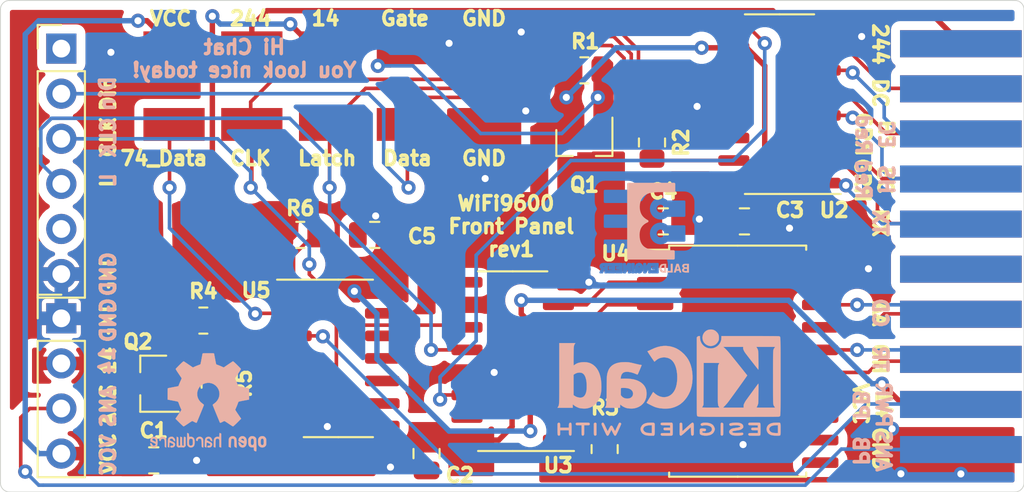
<source format=kicad_pcb>
(kicad_pcb (version 20171130) (host pcbnew "(5.1.6)-1")
  (layers (0 F.Cu signal) (31 B.Cu signal hide) (34 B.Paste user) (35 F.Paste user) (36 B.SilkS user) (37 F.SilkS user) (38 B.Mask user) (39 F.Mask user) (44 Edge.Cuts user))
  (net 0 "")
  (net 1 GND)
  (net 2 VCC)
  (net 3 /14-VCC)
  (net 4 /244-VCC)
  (net 5 /DC)
  (net 6 /HS-GRN)
  (net 7 /EC-GRN)
  (net 8 /RX)
  (net 9 "Net-(J9-Pad15)")
  (net 10 /AA)
  (net 11 /OH)
  (net 12 /ANS-PB)
  (net 13 /PWR-PB)
  (net 14 /TR)
  (net 15 /CD)
  (net 16 "Net-(J9-Pad6)")
  (net 17 /TX)
  (net 18 /HS-Red)
  (net 19 /EC-Red)
  (net 20 "Net-(J9-Pad2)")
  (net 21 "Net-(J9-Pad1)")
  (net 22 /Latch)
  (net 23 /Ser-Clock)
  (net 24 /Data-In)
  (net 25 "Net-(J11-Pad1)")
  (net 26 "Net-(Q2-Pad1)")
  (net 27 /Panel-En)
  (net 28 "Net-(R3-Pad1)")
  (net 29 "Net-(R4-Pad2)")
  (net 30 "Net-(R6-Pad1)")
  (net 31 "Net-(U3-Pad15)")
  (net 32 "Net-(U3-Pad9)")
  (net 33 "Net-(U3-Pad3)")
  (net 34 "Net-(U3-Pad2)")
  (net 35 "Net-(U3-Pad1)")
  (net 36 "Net-(U4-Pad14)")
  (net 37 "Net-(U4-Pad13)")
  (net 38 "Net-(U4-Pad12)")
  (net 39 "Net-(U4-Pad11)")
  (net 40 /SH4)
  (net 41 /SH3)
  (net 42 /SH2)
  (net 43 /SH1)
  (net 44 /Gate244)
  (net 45 /FF-DATA)
  (net 46 /SH-Carry)
  (net 47 "Net-(J11-Pad5)")
  (module "My Libraries:Harwin-S1751-46-Test-Point" (layer F.Cu) (at 140.462 76.454)
    (fp_text reference TP10 hide)
    (fp_text value TP_GND2)
    (pad 1 smd rect (at 0 0) (size 3.45 1.85) (layers F.Cu F.Paste F.Mask) (net 1 GND))
  )
  (module "My Libraries:Harwin-S1751-46-Test-Point" (layer F.Cu) (at 140.462 72.136)
    (fp_text reference TP9 hide)
    (fp_text value TP_GND1)
    (pad 1 smd rect (at 0 0) (size 3.45 1.85) (layers F.Cu F.Paste F.Mask) (net 1 GND))
  )
  (module "My Libraries:Harwin-S1751-46-Test-Point" (layer F.Cu) (at 122.936 72.136)
    (fp_text reference TP8 hide)
    (fp_text value TP_VCC)
    (pad 1 smd rect (at 0 0) (size 3.45 1.85) (layers F.Cu F.Paste F.Mask) (net 2 VCC))
  )
  (module "My Libraries:Harwin-S1751-46-Test-Point" (layer F.Cu) (at 131.699 72.136)
    (fp_text reference TP7 hide)
    (fp_text value TP_14_VCC)
    (pad 1 smd rect (at 0 0) (size 3.45 1.85) (layers F.Cu F.Paste F.Mask) (net 3 /14-VCC))
  )
  (module "My Libraries:Harwin-S1751-46-Test-Point" (layer F.Cu) (at 122.936 76.454)
    (fp_text reference TP6 hide)
    (fp_text value TP_74_Data)
    (pad 1 smd rect (at 0 0) (size 3.45 1.85) (layers F.Cu F.Paste F.Mask) (net 45 /FF-DATA))
  )
  (module "My Libraries:Harwin-S1751-46-Test-Point" (layer F.Cu) (at 131.699 76.454)
    (fp_text reference TP5 hide)
    (fp_text value Latch)
    (pad 1 smd rect (at 0 0) (size 3.45 1.85) (layers F.Cu F.Paste F.Mask) (net 22 /Latch))
  )
  (module "My Libraries:Harwin-S1751-46-Test-Point" (layer F.Cu) (at 127.3175 76.454)
    (fp_text reference TP4 hide)
    (fp_text value Clock)
    (pad 1 smd rect (at 0 0) (size 3.45 1.85) (layers F.Cu F.Paste F.Mask) (net 23 /Ser-Clock))
  )
  (module "My Libraries:Harwin-S1751-46-Test-Point" (layer F.Cu) (at 136.0805 76.454)
    (fp_text reference TP3 hide)
    (fp_text value Data)
    (pad 1 smd rect (at 0 0) (size 3.45 1.85) (layers F.Cu F.Paste F.Mask) (net 24 /Data-In))
  )
  (module "My Libraries:Harwin-S1751-46-Test-Point" (layer F.Cu) (at 127.3175 72.136)
    (fp_text reference TP2 hide)
    (fp_text value TP_244_VCC)
    (pad 1 smd rect (at 0 0) (size 3.45 1.85) (layers F.Cu F.Paste F.Mask) (net 4 /244-VCC))
  )
  (module "My Libraries:Harwin-S1751-46-Test-Point" (layer F.Cu) (at 136.0805 72.136)
    (fp_text reference TP1 hide)
    (fp_text value TP_Panel_EN)
    (pad 1 smd rect (at 0 0) (size 3.45 1.85) (layers F.Cu F.Paste F.Mask) (net 44 /Gate244))
  )
  (module Symbol:KiCad-Logo2_5mm_SilkScreen (layer B.Cu) (at 150.8252 90.9828 180)
    (fp_text reference REF** hide)
    (fp_text value KiCad-Logo2_5mm_SilkScreen hide)
  )
  (module Symbol:OSHW-Logo2_7.3x6mm_SilkScreen (layer B.Cu) (at 124.8664 92.1004 180)
    (fp_text reference REF** hide)
    (fp_text value OSHW-Logo2_7.3x6mm_SilkScreen hide)
  )
  (module "My Libraries:BE5" (layer B.Cu) (at 151.9428 79.8068 180)
    (fp_text reference svg2mod hide)
    (fp_text value G*** hide)
    (fp_poly (pts (xy 4.71875 -4.795261) (xy 4.71875 -4.711563) (xy 4.78875 -4.711563) (xy 4.83875 -4.706413) (xy 4.86625 -4.684522) (xy 4.87875 -4.645892) (xy 4.86625 -4.60855) (xy 4.84 -4.587948) (xy 4.78625 -4.584085) (xy 4.71875 -4.584084) (xy 4.71875 -4.711563) (xy 4.71875 -4.795261) (xy 4.71875 -4.992274) (xy 4.605 -4.992274) (xy 4.605 -4.493948) (xy 4.8175 -4.493948) (xy 4.9125 -4.508112) (xy 4.97125 -4.559618) (xy 4.995 -4.643317) (xy 4.974219 -4.720255) (xy 4.91125 -4.772083) (xy 5 -4.992274) (xy 4.875 -4.992274) (xy 4.80125 -4.795261) (xy 4.71875 -4.795261)) (layer B.Cu) (width 0.095901))
    (fp_poly (pts (xy 4.5375 -4.589235) (xy 4.3075 -4.589235) (xy 4.3075 -4.69096) (xy 4.4875 -4.69096) (xy 4.4875 -4.78496) (xy 4.30625 -4.78496) (xy 4.30625 -4.893123) (xy 4.5375 -4.893123) (xy 4.5375 -4.992274) (xy 4.1925 -4.992274) (xy 4.1925 -4.493948) (xy 4.5375 -4.493948) (xy 4.5375 -4.589235)) (layer B.Cu) (width 0.095901))
    (fp_poly (pts (xy 4.12375 -4.589235) (xy 3.89375 -4.589235) (xy 3.89375 -4.69096) (xy 4.075 -4.69096) (xy 4.075 -4.78496) (xy 3.89375 -4.78496) (xy 3.89375 -4.893123) (xy 4.12375 -4.893123) (xy 4.12375 -4.992274) (xy 3.77875 -4.992274) (xy 3.77875 -4.493948) (xy 4.12375 -4.493948) (xy 4.12375 -4.589235)) (layer B.Cu) (width 0.095901))
    (fp_poly (pts (xy 3.68125 -4.495235) (xy 3.68125 -4.993561) (xy 3.585 -4.993561) (xy 3.39625 -4.657481) (xy 3.397493 -4.674221) (xy 3.398737 -4.696111) (xy 3.398737 -4.994849) (xy 3.309987 -4.994849) (xy 3.309987 -4.496523) (xy 3.432487 -4.496523) (xy 3.597487 -4.79011) (xy 3.594987 -4.756631) (xy 3.594987 -4.496523) (xy 3.681237 -4.496523) (xy 3.68125 -4.495235)) (layer B.Cu) (width 0.095901))
    (fp_poly (pts (xy 3.21125 -4.495235) (xy 3.21125 -4.993561) (xy 3.09875 -4.993561) (xy 3.09875 -4.495235) (xy 3.21125 -4.495235)) (layer B.Cu) (width 0.095901))
    (fp_poly (pts (xy 3.01 -4.727015) (xy 3.01 -4.993561) (xy 2.95875 -4.993561) (xy 2.9425 -4.935616) (xy 2.81 -5) (xy 2.725937 -4.982616) (xy 2.6625 -4.930466) (xy 2.623125 -4.85047) (xy 2.61 -4.750193) (xy 2.624062 -4.642673) (xy 2.66625 -4.558331) (xy 2.732656 -4.50441) (xy 2.81875 -4.486222) (xy 2.94875 -4.532577) (xy 3.00875 -4.657481) (xy 2.90125 -4.671645) (xy 2.8175 -4.581509) (xy 2.7475 -4.624002) (xy 2.72375 -4.74633) (xy 2.74875 -4.863507) (xy 2.82125 -4.903425) (xy 2.875 -4.882822) (xy 2.89875 -4.817151) (xy 2.8075 -4.817151) (xy 2.8075 -4.724439) (xy 3.01 -4.724439) (xy 3.01 -4.727015)) (layer B.Cu) (width 0.095901))
    (fp_poly (pts (xy 2.535 -4.495235) (xy 2.535 -4.993561) (xy 2.43875 -4.993561) (xy 2.25 -4.656193) (xy 2.251243 -4.672933) (xy 2.252487 -4.694823) (xy 2.252487 -4.993561) (xy 2.163737 -4.993561) (xy 2.163737 -4.495235) (xy 2.286237 -4.495235) (xy 2.451237 -4.788823) (xy 2.448737 -4.755343) (xy 2.448737 -4.495235) (xy 2.535 -4.495235)) (layer B.Cu) (width 0.095901))
    (fp_poly (pts (xy 2.095 -4.589235) (xy 1.865 -4.589235) (xy 1.865 -4.69096) (xy 2.04625 -4.69096) (xy 2.04625 -4.78496) (xy 1.865 -4.78496) (xy 1.865 -4.893123) (xy 2.095 -4.893123) (xy 2.095 -4.992274) (xy 1.75 -4.992274) (xy 1.75 -4.493948) (xy 2.095 -4.493948) (xy 2.095 -4.589235)) (layer B.Cu) (width 0.095901))
    (fp_poly (pts (xy 1.605 -0.844708) (xy 1.343613 -1.277644) (xy 1.404531 -1.184329) (xy 1.494746 -1.121435) (xy 1.605 -1.098377) (xy 1.715781 -1.121435) (xy 1.805937 -1.184329) (xy 1.866562 -1.277644) (xy 1.88875 -1.391965) (xy 1.866562 -1.505541) (xy 1.805937 -1.598474) (xy 1.715781 -1.661228) (xy 1.605 -1.684265) (xy 1.494219 -1.661228) (xy 1.404062 -1.598474) (xy 1.343437 -1.505541) (xy 1.32125 -1.391965) (xy 1.343613 -1.277644) (xy 1.605 -0.844708) (xy 1.466898 -0.863546) (xy 1.342685 -0.916435) (xy 1.23625 -0.99794) (xy 0.26875 -0.99794) (xy 0.26875 -1.78599) (xy 1.23625 -1.78599) (xy 1.34213 -1.868067) (xy 1.46662 -1.92067) (xy 1.605 -1.939222) (xy 1.746348 -1.919699) (xy 1.873287 -1.864585) (xy 1.980781 -1.779069) (xy 2.063796 -1.668336) (xy 2.117297 -1.537572) (xy 2.13625 -1.391965) (xy 2.117297 -1.246358) (xy 2.063796 -1.115594) (xy 1.980781 -1.004861) (xy 1.873287 -0.919344) (xy 1.746348 -0.864231) (xy 1.605 -0.844708)) (layer B.Cu) (width 0.134262))
    (fp_poly (pts (xy 3.415 -3.19727) (xy 4.7325 -3.19727) (xy 4.7325 -3.80891) (xy 3.415 -3.80891) (xy 3.415 -3.19727)) (layer B.Cu) (width 0.134262))
    (fp_poly (pts (xy 3.415 -1.793716) (xy 4.7325 -1.793716) (xy 4.7325 -2.405357) (xy 3.415 -2.405357) (xy 3.415 -1.793716)) (layer B.Cu) (width 0.134262))
    (fp_poly (pts (xy 3.415 -0.394025) (xy 4.7325 -0.394025) (xy 4.7325 -1.005666) (xy 3.415 -1.005666) (xy 3.415 -0.394025)) (layer B.Cu) (width 0.134262))
    (fp_poly (pts (xy 1.605 -2.241823) (xy 1.343613 -2.674961) (xy 1.404531 -2.582088) (xy 1.494746 -2.519637) (xy 1.605 -2.496781) (xy 1.715781 -2.519818) (xy 1.805937 -2.582571) (xy 1.866562 -2.675505) (xy 1.88875 -2.78908) (xy 1.866562 -2.903401) (xy 1.805937 -2.996716) (xy 1.715781 -3.059611) (xy 1.605 -3.082668) (xy 1.494219 -3.059611) (xy 1.404062 -2.996716) (xy 1.343437 -2.903401) (xy 1.32125 -2.78908) (xy 1.343613 -2.674961) (xy 1.605 -2.241823) (xy 1.466898 -2.260661) (xy 1.342685 -2.313551) (xy 1.23625 -2.395055) (xy 0.26875 -2.395055) (xy 0.26875 -3.183106) (xy 1.23625 -3.183106) (xy 1.34213 -3.265182) (xy 1.46662 -3.317786) (xy 1.605 -3.336338) (xy 1.746348 -3.316814) (xy 1.873287 -3.261701) (xy 1.980781 -3.176185) (xy 2.063796 -3.065451) (xy 2.117297 -2.934688) (xy 2.13625 -2.78908) (xy 2.117297 -2.643473) (xy 2.063796 -2.51271) (xy 1.980781 -2.401976) (xy 1.873287 -2.31646) (xy 1.746348 -2.261347) (xy 1.605 -2.241823)) (layer B.Cu) (width 0.134262))
  )
  (module Package_SO:SOIC-14_3.9x8.7mm_P1.27mm (layer F.Cu) (at 132.191592 89.633827)
    (fp_text reference U5 (at -4.632792 -3.832627) (layer F.SilkS) (effects (font (size 0.8 0.8) (thickness 0.2))))
    (fp_text value 74HCT74)
    (pad 14 smd roundrect (at 2.475 -3.81) (size 1.95 0.6) (layers F.Cu F.Paste F.Mask) (net 3 /14-VCC))
    (pad 13 smd roundrect (at 2.475 -2.54) (size 1.95 0.6) (layers F.Cu F.Paste F.Mask))
    (pad 12 smd roundrect (at 2.475 -1.27) (size 1.95 0.6) (layers F.Cu F.Paste F.Mask))
    (pad 11 smd roundrect (at 2.475 0) (size 1.95 0.6) (layers F.Cu F.Paste F.Mask))
    (pad 10 smd roundrect (at 2.475 1.27) (size 1.95 0.6) (layers F.Cu F.Paste F.Mask))
    (pad 9 smd roundrect (at 2.475 2.54) (size 1.95 0.6) (layers F.Cu F.Paste F.Mask))
    (pad 8 smd roundrect (at 2.475 3.81) (size 1.95 0.6) (layers F.Cu F.Paste F.Mask))
    (pad 7 smd roundrect (at -2.475 3.81) (size 1.95 0.6) (layers F.Cu F.Paste F.Mask) (net 1 GND))
    (pad 6 smd roundrect (at -2.475 2.54) (size 1.95 0.6) (layers F.Cu F.Paste F.Mask) (net 45 /FF-DATA))
    (pad 5 smd roundrect (at -2.475 1.27) (size 1.95 0.6) (layers F.Cu F.Paste F.Mask) (net 26 "Net-(Q2-Pad1)"))
    (pad 4 smd roundrect (at -2.475 0) (size 1.95 0.6) (layers F.Cu F.Paste F.Mask) (net 29 "Net-(R4-Pad2)"))
    (pad 3 smd roundrect (at -2.475 -1.27) (size 1.95 0.6) (layers F.Cu F.Paste F.Mask) (net 13 /PWR-PB))
    (pad 2 smd roundrect (at -2.475 -2.54) (size 1.95 0.6) (layers F.Cu F.Paste F.Mask) (net 45 /FF-DATA))
    (pad 1 smd roundrect (at -2.475 -3.81) (size 1.95 0.6) (layers F.Cu F.Paste F.Mask) (net 30 "Net-(R6-Pad1)"))
  )
  (module Package_SO:SOIC-20W_7.5x12.8mm_P1.27mm (layer F.Cu) (at 154.686 89.789)
    (fp_text reference U4 (at -6.858 -6.0706) (layer F.SilkS) (effects (font (size 0.8 0.8) (thickness 0.2))))
    (fp_text value 74HCT245)
    (pad 20 smd roundrect (at 4.65 -5.715) (size 2.05 0.6) (layers F.Cu F.Paste F.Mask) (net 4 /244-VCC))
    (pad 19 smd roundrect (at 4.65 -4.445) (size 2.05 0.6) (layers F.Cu F.Paste F.Mask) (net 1 GND))
    (pad 18 smd roundrect (at 4.65 -3.175) (size 2.05 0.6) (layers F.Cu F.Paste F.Mask) (net 15 /CD))
    (pad 17 smd roundrect (at 4.65 -1.905) (size 2.05 0.6) (layers F.Cu F.Paste F.Mask) (net 10 /AA))
    (pad 16 smd roundrect (at 4.65 -0.635) (size 2.05 0.6) (layers F.Cu F.Paste F.Mask) (net 14 /TR))
    (pad 15 smd roundrect (at 4.65 0.635) (size 2.05 0.6) (layers F.Cu F.Paste F.Mask) (net 11 /OH))
    (pad 14 smd roundrect (at 4.65 1.905) (size 2.05 0.6) (layers F.Cu F.Paste F.Mask) (net 36 "Net-(U4-Pad14)"))
    (pad 13 smd roundrect (at 4.65 3.175) (size 2.05 0.6) (layers F.Cu F.Paste F.Mask) (net 37 "Net-(U4-Pad13)"))
    (pad 12 smd roundrect (at 4.65 4.445) (size 2.05 0.6) (layers F.Cu F.Paste F.Mask) (net 38 "Net-(U4-Pad12)"))
    (pad 11 smd roundrect (at 4.65 5.715) (size 2.05 0.6) (layers F.Cu F.Paste F.Mask) (net 39 "Net-(U4-Pad11)"))
    (pad 10 smd roundrect (at -4.65 5.715) (size 2.05 0.6) (layers F.Cu F.Paste F.Mask) (net 1 GND))
    (pad 9 smd roundrect (at -4.65 4.445) (size 2.05 0.6) (layers F.Cu F.Paste F.Mask) (net 28 "Net-(R3-Pad1)"))
    (pad 8 smd roundrect (at -4.65 3.175) (size 2.05 0.6) (layers F.Cu F.Paste F.Mask) (net 28 "Net-(R3-Pad1)"))
    (pad 7 smd roundrect (at -4.65 1.905) (size 2.05 0.6) (layers F.Cu F.Paste F.Mask) (net 28 "Net-(R3-Pad1)"))
    (pad 6 smd roundrect (at -4.65 0.635) (size 2.05 0.6) (layers F.Cu F.Paste F.Mask) (net 28 "Net-(R3-Pad1)"))
    (pad 5 smd roundrect (at -4.65 -0.635) (size 2.05 0.6) (layers F.Cu F.Paste F.Mask) (net 43 /SH1))
    (pad 4 smd roundrect (at -4.65 -1.905) (size 2.05 0.6) (layers F.Cu F.Paste F.Mask) (net 42 /SH2))
    (pad 3 smd roundrect (at -4.65 -3.175) (size 2.05 0.6) (layers F.Cu F.Paste F.Mask) (net 41 /SH3))
    (pad 2 smd roundrect (at -4.65 -4.445) (size 2.05 0.6) (layers F.Cu F.Paste F.Mask) (net 40 /SH4))
    (pad 1 smd roundrect (at -4.65 -5.715) (size 2.05 0.6) (layers F.Cu F.Paste F.Mask) (net 4 /244-VCC))
  )
  (module Package_SO:SO-16_3.9x9.9mm_P1.27mm (layer F.Cu) (at 142.014 89.789 180)
    (fp_text reference U3 (at -2.5628 -5.8674) (layer F.SilkS) (effects (font (size 0.8 0.8) (thickness 0.2))))
    (fp_text value 74HCT595)
    (pad 16 smd roundrect (at 2.575 -4.445 180) (size 1.75 0.6) (layers F.Cu F.Paste F.Mask) (net 2 VCC))
    (pad 15 smd roundrect (at 2.575 -3.175 180) (size 1.75 0.6) (layers F.Cu F.Paste F.Mask) (net 31 "Net-(U3-Pad15)"))
    (pad 14 smd roundrect (at 2.575 -1.905 180) (size 1.75 0.6) (layers F.Cu F.Paste F.Mask) (net 46 /SH-Carry))
    (pad 13 smd roundrect (at 2.575 -0.635 180) (size 1.75 0.6) (layers F.Cu F.Paste F.Mask) (net 1 GND))
    (pad 12 smd roundrect (at 2.575 0.635 180) (size 1.75 0.6) (layers F.Cu F.Paste F.Mask) (net 22 /Latch))
    (pad 11 smd roundrect (at 2.575 1.905 180) (size 1.75 0.6) (layers F.Cu F.Paste F.Mask) (net 23 /Ser-Clock))
    (pad 10 smd roundrect (at 2.575 3.175 180) (size 1.75 0.6) (layers F.Cu F.Paste F.Mask) (net 2 VCC))
    (pad 9 smd roundrect (at 2.575 4.445 180) (size 1.75 0.6) (layers F.Cu F.Paste F.Mask) (net 32 "Net-(U3-Pad9)"))
    (pad 8 smd roundrect (at -2.575 4.445 180) (size 1.75 0.6) (layers F.Cu F.Paste F.Mask) (net 1 GND))
    (pad 7 smd roundrect (at -2.575 3.175 180) (size 1.75 0.6) (layers F.Cu F.Paste F.Mask) (net 40 /SH4))
    (pad 6 smd roundrect (at -2.575 1.905 180) (size 1.75 0.6) (layers F.Cu F.Paste F.Mask) (net 41 /SH3))
    (pad 5 smd roundrect (at -2.575 0.635 180) (size 1.75 0.6) (layers F.Cu F.Paste F.Mask) (net 42 /SH2))
    (pad 4 smd roundrect (at -2.575 -0.635 180) (size 1.75 0.6) (layers F.Cu F.Paste F.Mask) (net 43 /SH1))
    (pad 3 smd roundrect (at -2.575 -1.905 180) (size 1.75 0.6) (layers F.Cu F.Paste F.Mask) (net 33 "Net-(U3-Pad3)"))
    (pad 2 smd roundrect (at -2.575 -3.175 180) (size 1.75 0.6) (layers F.Cu F.Paste F.Mask) (net 34 "Net-(U3-Pad2)"))
    (pad 1 smd roundrect (at -2.575 -4.445 180) (size 1.75 0.6) (layers F.Cu F.Paste F.Mask) (net 35 "Net-(U3-Pad1)"))
  )
  (module Package_SO:SO-16_3.9x9.9mm_P1.27mm (layer F.Cu) (at 157.043 75.311 180)
    (fp_text reference U2 (at -3.0786 -5.969) (layer F.SilkS) (effects (font (size 0.8 0.8) (thickness 0.2))))
    (fp_text value 74HCT595)
    (pad 16 smd roundrect (at 2.575 -4.445 180) (size 1.75 0.6) (layers F.Cu F.Paste F.Mask) (net 2 VCC))
    (pad 15 smd roundrect (at 2.575 -3.175 180) (size 1.75 0.6) (layers F.Cu F.Paste F.Mask) (net 27 /Panel-En))
    (pad 14 smd roundrect (at 2.575 -1.905 180) (size 1.75 0.6) (layers F.Cu F.Paste F.Mask) (net 24 /Data-In))
    (pad 13 smd roundrect (at 2.575 -0.635 180) (size 1.75 0.6) (layers F.Cu F.Paste F.Mask) (net 1 GND))
    (pad 12 smd roundrect (at 2.575 0.635 180) (size 1.75 0.6) (layers F.Cu F.Paste F.Mask) (net 22 /Latch))
    (pad 11 smd roundrect (at 2.575 1.905 180) (size 1.75 0.6) (layers F.Cu F.Paste F.Mask) (net 23 /Ser-Clock))
    (pad 10 smd roundrect (at 2.575 3.175 180) (size 1.75 0.6) (layers F.Cu F.Paste F.Mask) (net 2 VCC))
    (pad 9 smd roundrect (at 2.575 4.445 180) (size 1.75 0.6) (layers F.Cu F.Paste F.Mask) (net 46 /SH-Carry))
    (pad 8 smd roundrect (at -2.575 4.445 180) (size 1.75 0.6) (layers F.Cu F.Paste F.Mask) (net 1 GND))
    (pad 7 smd roundrect (at -2.575 3.175 180) (size 1.75 0.6) (layers F.Cu F.Paste F.Mask) (net 5 /DC))
    (pad 6 smd roundrect (at -2.575 1.905 180) (size 1.75 0.6) (layers F.Cu F.Paste F.Mask) (net 19 /EC-Red))
    (pad 5 smd roundrect (at -2.575 0.635 180) (size 1.75 0.6) (layers F.Cu F.Paste F.Mask) (net 6 /HS-GRN))
    (pad 4 smd roundrect (at -2.575 -0.635 180) (size 1.75 0.6) (layers F.Cu F.Paste F.Mask) (net 18 /HS-Red))
    (pad 3 smd roundrect (at -2.575 -1.905 180) (size 1.75 0.6) (layers F.Cu F.Paste F.Mask) (net 7 /EC-GRN))
    (pad 2 smd roundrect (at -2.575 -3.175 180) (size 1.75 0.6) (layers F.Cu F.Paste F.Mask) (net 8 /RX))
    (pad 1 smd roundrect (at -2.575 -4.445 180) (size 1.75 0.6) (layers F.Cu F.Paste F.Mask) (net 17 /TX))
  )
  (module Resistor_SMD:R_0805_2012Metric (layer F.Cu) (at 130.048 82.677 180)
    (fp_text reference R6 (at 0 1.4986) (layer F.SilkS) (effects (font (size 0.8 0.8) (thickness 0.2))))
    (fp_text value 4k7)
    (pad 2 smd roundrect (at 0.9125 0 180) (size 1.025 1.4) (layers F.Cu F.Paste F.Mask) (roundrect_rratio 0.243902) (net 3 /14-VCC))
    (pad 1 smd roundrect (at -0.9125 0 180) (size 1.025 1.4) (layers F.Cu F.Paste F.Mask) (roundrect_rratio 0.243902) (net 30 "Net-(R6-Pad1)"))
  )
  (module Resistor_SMD:R_0805_2012Metric (layer F.Cu) (at 125.221999 91.059 270)
    (fp_text reference R5 (at 0 -1.65 90) (layer F.SilkS) (effects (font (size 0.8 0.8) (thickness 0.2))))
    (fp_text value 4k7)
    (pad 2 smd roundrect (at 0.9125 0 270) (size 1.025 1.4) (layers F.Cu F.Paste F.Mask) (roundrect_rratio 0.243902) (net 26 "Net-(Q2-Pad1)"))
    (pad 1 smd roundrect (at -0.9125 0 270) (size 1.025 1.4) (layers F.Cu F.Paste F.Mask) (roundrect_rratio 0.243902) (net 3 /14-VCC))
  )
  (module Resistor_SMD:R_0805_2012Metric (layer F.Cu) (at 124.587 87.503)
    (fp_text reference R4 (at 0 -1.65) (layer F.SilkS) (effects (font (size 0.8 0.8) (thickness 0.2))))
    (fp_text value 4k7)
    (pad 2 smd roundrect (at 0.9125 0) (size 1.025 1.4) (layers F.Cu F.Paste F.Mask) (roundrect_rratio 0.243902) (net 29 "Net-(R4-Pad2)"))
    (pad 1 smd roundrect (at -0.9125 0) (size 1.025 1.4) (layers F.Cu F.Paste F.Mask) (roundrect_rratio 0.243902) (net 3 /14-VCC))
  )
  (module Resistor_SMD:R_0805_2012Metric (layer F.Cu) (at 147.193 94.742 270)
    (fp_text reference R3 (at -2.3368 -0.0254 180) (layer F.SilkS) (effects (font (size 0.8 0.8) (thickness 0.2))))
    (fp_text value 4k7)
    (pad 2 smd roundrect (at 0.9125 0 270) (size 1.025 1.4) (layers F.Cu F.Paste F.Mask) (roundrect_rratio 0.243902) (net 1 GND))
    (pad 1 smd roundrect (at -0.9125 0 270) (size 1.025 1.4) (layers F.Cu F.Paste F.Mask) (roundrect_rratio 0.243902) (net 28 "Net-(R3-Pad1)"))
  )
  (module Resistor_SMD:R_0805_2012Metric (layer F.Cu) (at 149.86 77.47 270)
    (fp_text reference R2 (at 0 -1.65 90) (layer F.SilkS) (effects (font (size 0.8 0.8) (thickness 0.2))))
    (fp_text value 1k)
    (pad 2 smd roundrect (at 0.9125 0 270) (size 1.025 1.4) (layers F.Cu F.Paste F.Mask) (roundrect_rratio 0.243902) (net 27 /Panel-En))
    (pad 1 smd roundrect (at -0.9125 0 270) (size 1.025 1.4) (layers F.Cu F.Paste F.Mask) (roundrect_rratio 0.243902) (net 44 /Gate244))
  )
  (module Resistor_SMD:R_0805_2012Metric (layer F.Cu) (at 146.05 73.406 180)
    (fp_text reference R1 (at -0.0508 1.6256) (layer F.SilkS) (effects (font (size 0.8 0.8) (thickness 0.2))))
    (fp_text value 4k7)
    (pad 2 smd roundrect (at 0.9125 0 180) (size 1.025 1.4) (layers F.Cu F.Paste F.Mask) (roundrect_rratio 0.243902) (net 2 VCC))
    (pad 1 smd roundrect (at -0.9125 0 180) (size 1.025 1.4) (layers F.Cu F.Paste F.Mask) (roundrect_rratio 0.243902) (net 44 /Gate244))
  )
  (module Package_TO_SOT_SMD:SOT-23 (layer F.Cu) (at 121.793 91.059 180)
    (fp_text reference Q2 (at 0.889 2.3622) (layer F.SilkS) (effects (font (size 0.8 0.8) (thickness 0.2))))
    (fp_text value P-NMOS)
    (pad 3 smd rect (at 1 0 180) (size 0.9 0.8) (layers F.Cu F.Paste F.Mask) (net 2 VCC))
    (pad 2 smd rect (at -1 0.95 180) (size 0.9 0.8) (layers F.Cu F.Paste F.Mask) (net 3 /14-VCC))
    (pad 1 smd rect (at -1 -0.95 180) (size 0.9 0.8) (layers F.Cu F.Paste F.Mask) (net 26 "Net-(Q2-Pad1)"))
  )
  (module Package_TO_SOT_SMD:SOT-23 (layer F.Cu) (at 146.05 77.47 270)
    (fp_text reference Q1 (at 2.3876 0 180) (layer F.SilkS) (effects (font (size 0.8 0.8) (thickness 0.2))))
    (fp_text value P-NMOS)
    (pad 3 smd rect (at 1 0 270) (size 0.9 0.8) (layers F.Cu F.Paste F.Mask) (net 4 /244-VCC))
    (pad 2 smd rect (at -1 0.95 270) (size 0.9 0.8) (layers F.Cu F.Paste F.Mask) (net 2 VCC))
    (pad 1 smd rect (at -1 -0.95 270) (size 0.9 0.8) (layers F.Cu F.Paste F.Mask) (net 44 /Gate244))
  )
  (module Connector_PinHeader_2.54mm:PinHeader_1x06_P2.54mm_Vertical (layer F.Cu) (at 116.586 72.182)
    (fp_text reference J11 hide)
    (fp_text value SH_HDR)
    (pad 6 thru_hole oval (at 0 12.7) (size 1.7 1.7) (drill 1) (layers *.Cu *.Mask) (net 1 GND))
    (pad 5 thru_hole oval (at 0 10.16) (size 1.7 1.7) (drill 1) (layers *.Cu *.Mask) (net 47 "Net-(J11-Pad5)"))
    (pad 4 thru_hole oval (at 0 7.62) (size 1.7 1.7) (drill 1) (layers *.Cu *.Mask) (net 22 /Latch))
    (pad 3 thru_hole oval (at 0 5.08) (size 1.7 1.7) (drill 1) (layers *.Cu *.Mask) (net 23 /Ser-Clock))
    (pad 2 thru_hole oval (at 0 2.54) (size 1.7 1.7) (drill 1) (layers *.Cu *.Mask) (net 24 /Data-In))
    (pad 1 thru_hole rect (at 0 0) (size 1.7 1.7) (drill 1) (layers *.Cu *.Mask) (net 25 "Net-(J11-Pad1)"))
  )
  (module Connector_PinHeader_2.54mm:PinHeader_1x04_P2.54mm_Vertical (layer F.Cu) (at 116.586 87.376)
    (fp_text reference J10 hide)
    (fp_text value PWR_HDR)
    (pad 4 thru_hole oval (at 0 7.62) (size 1.7 1.7) (drill 1) (layers *.Cu *.Mask) (net 2 VCC))
    (pad 3 thru_hole oval (at 0 5.08) (size 1.7 1.7) (drill 1) (layers *.Cu *.Mask) (net 12 /ANS-PB))
    (pad 2 thru_hole oval (at 0 2.54) (size 1.7 1.7) (drill 1) (layers *.Cu *.Mask) (net 3 /14-VCC))
    (pad 1 thru_hole rect (at 0 0) (size 1.7 1.7) (drill 1) (layers *.Cu *.Mask) (net 1 GND))
  )
  (module "My Libraries:Edge_10mil_2x10" (layer B.Cu) (at 167.259 83.3374 180)
    (fp_text reference J9 hide)
    (fp_text value Front_Panel)
    (pad 20 connect rect (at 0 11.43 180) (size 6.858 1.524) (layers F.Cu F.Mask) (net 4 /244-VCC))
    (pad 19 connect rect (at 0 8.89 180) (size 6.858 1.524) (layers F.Cu F.Mask) (net 5 /DC))
    (pad 18 connect rect (at 0 6.35 180) (size 6.858 1.524) (layers F.Cu F.Mask) (net 6 /HS-GRN))
    (pad 17 connect rect (at 0 3.81 180) (size 6.858 1.524) (layers F.Cu F.Mask) (net 7 /EC-GRN))
    (pad 16 connect rect (at 0 1.27 180) (size 6.858 1.524) (layers F.Cu F.Mask) (net 8 /RX))
    (pad 15 connect rect (at 0 -1.27 180) (size 6.858 1.524) (layers F.Cu B.Mask) (net 9 "Net-(J9-Pad15)"))
    (pad 14 connect rect (at 0 -3.81 180) (size 6.858 1.524) (layers F.Cu F.Mask) (net 10 /AA))
    (pad 13 connect rect (at 0 -6.35 180) (size 6.858 1.524) (layers F.Cu F.Mask) (net 11 /OH))
    (pad 12 connect rect (at 0 -8.89 180) (size 6.858 1.524) (layers F.Cu F.Mask) (net 3 /14-VCC))
    (pad 11 connect rect (at 0 -11.43 180) (size 6.858 1.524) (layers F.Cu F.Mask) (net 1 GND))
    (pad 10 connect rect (at 0 -11.43 180) (size 6.858 1.524) (layers B.Cu B.Mask) (net 12 /ANS-PB))
    (pad 9 connect rect (at 0 -8.89 180) (size 6.858 1.524) (layers B.Cu B.Mask) (net 13 /PWR-PB))
    (pad 8 connect rect (at 0 -6.35 180) (size 6.858 1.524) (layers B.Cu B.Mask) (net 14 /TR))
    (pad 7 connect rect (at 0 -3.81 180) (size 6.858 1.524) (layers B.Cu B.Mask) (net 15 /CD))
    (pad 6 connect rect (at 0 -1.27 180) (size 6.858 1.524) (layers B.Cu F.Mask) (net 16 "Net-(J9-Pad6)"))
    (pad 5 connect rect (at 0 1.27 180) (size 6.858 1.524) (layers B.Cu B.Mask) (net 17 /TX))
    (pad 4 connect rect (at 0 3.81 180) (size 6.858 1.524) (layers B.Cu B.Mask) (net 18 /HS-Red))
    (pad 3 connect rect (at 0 6.35 180) (size 6.858 1.524) (layers B.Cu B.Mask) (net 19 /EC-Red))
    (pad 2 connect rect (at 0 8.89 180) (size 6.858 1.524) (layers B.Cu B.Mask) (net 20 "Net-(J9-Pad2)"))
    (pad 1 connect rect (at 0 11.43 180) (size 6.858 1.524) (layers B.Cu B.Mask) (net 21 "Net-(J9-Pad1)"))
  )
  (module Capacitor_SMD:C_0805_2012Metric (layer F.Cu) (at 134.239 82.677 180)
    (fp_text reference C5 (at -2.667 -0.0762) (layer F.SilkS) (effects (font (size 0.8 0.8) (thickness 0.2))))
    (fp_text value 1uF)
    (pad 2 smd roundrect (at 0.95 0 180) (size 1 1.45) (layers F.Cu F.Paste F.Mask) (net 1 GND))
    (pad 1 smd roundrect (at -0.95 0 180) (size 1 1.45) (layers F.Cu F.Paste F.Mask) (net 3 /14-VCC))
  )
  (module Capacitor_SMD:C_0805_2012Metric (layer F.Cu) (at 150.495 81.915)
    (fp_text reference C4 (at 0 -1.68) (layer F.SilkS) (effects (font (size 0.8 0.8) (thickness 0.2))))
    (fp_text value 1uF)
    (pad 2 smd roundrect (at 0.95 0) (size 1 1.45) (layers F.Cu F.Paste F.Mask) (net 1 GND))
    (pad 1 smd roundrect (at -0.95 0) (size 1 1.45) (layers F.Cu F.Paste F.Mask) (net 4 /244-VCC))
  )
  (module Capacitor_SMD:C_0805_2012Metric (layer F.Cu) (at 155.067 81.915)
    (fp_text reference C3 (at 2.5654 -0.635) (layer F.SilkS) (effects (font (size 0.8 0.8) (thickness 0.2))))
    (fp_text value 1uF)
    (pad 2 smd roundrect (at 0.95 0) (size 1 1.45) (layers F.Cu F.Paste F.Mask) (net 1 GND))
    (pad 1 smd roundrect (at -0.95 0) (size 1 1.45) (layers F.Cu F.Paste F.Mask) (net 2 VCC))
  )
  (module Capacitor_SMD:C_0805_2012Metric (layer F.Cu) (at 137.16 94.996 270)
    (fp_text reference C2 (at 1.2192 -1.8796 180) (layer F.SilkS) (effects (font (size 0.8 0.8) (thickness 0.2))))
    (fp_text value 1uF)
    (pad 2 smd roundrect (at 0.95 0 270) (size 1 1.45) (layers F.Cu F.Paste F.Mask) (net 1 GND))
    (pad 1 smd roundrect (at -0.95 0 270) (size 1 1.45) (layers F.Cu F.Paste F.Mask) (net 2 VCC))
  )
  (module Capacitor_SMD:C_0805_2012Metric (layer F.Cu) (at 121.793 95.377)
    (fp_text reference C1 (at 0 -1.68) (layer F.SilkS) (effects (font (size 0.8 0.8) (thickness 0.2))))
    (fp_text value 1uF)
    (pad 2 smd roundrect (at 0.95 0) (size 1 1.45) (layers F.Cu F.Paste F.Mask) (net 1 GND))
    (pad 1 smd roundrect (at -0.95 0) (size 1 1.45) (layers F.Cu F.Paste F.Mask) (net 2 VCC))
  )
  (gr_text Data (at 136.0805 78.359) (layer F.SilkS) (effects (font (size 0.8 0.8) (thickness 0.2))))
  (gr_text Latch (at 131.5593 78.359) (layer F.SilkS) (effects (font (size 0.8 0.8) (thickness 0.2))))
  (gr_text CLK (at 127.2413 78.359) (layer F.SilkS) (effects (font (size 0.8 0.8) (thickness 0.2))))
  (gr_text "Hi Chat\nYou look nice today!" (at 126.8984 72.7456) (layer B.SilkS) (effects (font (size 0.8 0.8) (thickness 0.2)) (justify mirror)))
  (gr_text "WiFi9600 \nFront Panel\nrev1" (at 141.9352 82.1944) (layer F.SilkS) (effects (font (size 0.8 0.8) (thickness 0.2))))
  (gr_text "ANS\nPB" (at 162.2552 94.8436 270) (layer B.SilkS) (effects (font (size 0.8 0.8) (thickness 0.2)) (justify mirror)))
  (gr_text "PWR\nPB" (at 162.2552 92.2528 270) (layer B.SilkS) (effects (font (size 0.8 0.8) (thickness 0.2)) (justify mirror)))
  (gr_text TR (at 162.7124 89.662 270) (layer B.SilkS) (effects (font (size 0.8 0.8) (thickness 0.2)) (justify mirror)))
  (gr_text CD (at 162.7124 87.0712 270) (layer B.SilkS) (effects (font (size 0.8 0.8) (thickness 0.2)) (justify mirror)))
  (gr_text TX (at 162.7124 81.9912 270) (layer B.SilkS) (effects (font (size 0.8 0.8) (thickness 0.2)) (justify mirror)))
  (gr_text "HS\nRed" (at 162.4076 79.5528 270) (layer B.SilkS) (effects (font (size 0.8 0.8) (thickness 0.2)) (justify mirror)))
  (gr_text "EC\nRed" (at 162.4076 77.0128 270) (layer B.SilkS) (effects (font (size 0.8 0.8) (thickness 0.2)) (justify mirror)))
  (gr_text GND (at 162.7124 94.742 270) (layer F.SilkS) (effects (font (size 0.8 0.8) (thickness 0.2))))
  (gr_text "14\nVCC" (at 162.2552 92.202 270) (layer F.SilkS) (effects (font (size 0.8 0.8) (thickness 0.2))))
  (gr_text OH (at 162.7124 89.662 270) (layer F.SilkS) (effects (font (size 0.8 0.8) (thickness 0.2))))
  (gr_text AA (at 162.7124 87.122 270) (layer F.SilkS) (effects (font (size 0.8 0.8) (thickness 0.2))))
  (gr_text RX (at 162.7124 81.9912 270) (layer F.SilkS) (effects (font (size 0.8 0.8) (thickness 0.2))))
  (gr_text "EC\nGRN" (at 162.3568 79.6036 270) (layer F.SilkS) (effects (font (size 0.8 0.8) (thickness 0.2))))
  (gr_text "HS\nGRN" (at 162.4076 77.0128 270) (layer F.SilkS) (effects (font (size 0.8 0.8) (thickness 0.2))))
  (gr_text DC (at 162.7124 74.676 270) (layer F.SilkS) (effects (font (size 0.8 0.8) (thickness 0.2))))
  (gr_text 244 (at 162.7124 71.9328 270) (layer F.SilkS) (effects (font (size 0.8 0.8) (thickness 0.2))))
  (gr_text VCC (at 119.2276 95.0976 90) (layer B.SilkS) (effects (font (size 0.8 0.8) (thickness 0.2)) (justify mirror)))
  (gr_text ANS (at 119.2276 92.3544 90) (layer B.SilkS) (effects (font (size 0.8 0.8) (thickness 0.2)) (justify mirror)))
  (gr_text 14 (at 119.1768 89.7636 90) (layer B.SilkS) (effects (font (size 0.8 0.8) (thickness 0.2)) (justify mirror)))
  (gr_text "GND\n" (at 119.2276 87.4776 90) (layer B.SilkS) (effects (font (size 0.8 0.8) (thickness 0.2)) (justify mirror)))
  (gr_text "GND\n" (at 119.2276 84.8868 90) (layer B.SilkS) (effects (font (size 0.8 0.8) (thickness 0.2)) (justify mirror)))
  (gr_text L (at 119.2276 79.5528 90) (layer B.SilkS) (effects (font (size 0.8 0.8) (thickness 0.2)) (justify mirror)))
  (gr_text CLK (at 119.2276 77.216 90) (layer B.SilkS) (effects (font (size 0.8 0.8) (thickness 0.2)) (justify mirror)))
  (gr_text Din (at 119.1768 74.7268 90) (layer B.SilkS) (effects (font (size 0.8 0.8) (thickness 0.2)) (justify mirror)))
  (gr_text VCC (at 119.2276 94.996 90) (layer F.SilkS) (effects (font (size 0.8 0.8) (thickness 0.2))))
  (gr_text ANS (at 119.2276 92.2528 90) (layer F.SilkS) (effects (font (size 0.8 0.8) (thickness 0.2))))
  (gr_text 14 (at 119.2276 89.7636 90) (layer F.SilkS) (effects (font (size 0.8 0.8) (thickness 0.2))))
  (gr_text "GND\n" (at 119.2276 87.4776 90) (layer F.SilkS) (effects (font (size 0.8 0.8) (thickness 0.2))))
  (gr_text "GND\n" (at 119.2276 84.8868 90) (layer F.SilkS) (effects (font (size 0.8 0.8) (thickness 0.2))))
  (gr_text L (at 119.2276 79.6544 90) (layer F.SilkS) (effects (font (size 0.8 0.8) (thickness 0.2))))
  (gr_text CLK (at 119.2276 77.1652 90) (layer F.SilkS) (effects (font (size 0.8 0.8) (thickness 0.2))))
  (gr_text Din (at 119.2276 74.7268 90) (layer F.SilkS) (effects (font (size 0.8 0.8) (thickness 0.2))))
  (gr_text Gate (at 135.9408 70.485) (layer F.SilkS) (effects (font (size 0.8 0.8) (thickness 0.2))))
  (gr_text 14 (at 131.4704 70.485) (layer F.SilkS) (effects (font (size 0.8 0.8) (thickness 0.2))))
  (gr_text 244 (at 127.254 70.485) (layer F.SilkS) (effects (font (size 0.8 0.8) (thickness 0.2))))
  (gr_text VCC (at 122.7455 70.485) (layer F.SilkS) (effects (font (size 0.8 0.8) (thickness 0.2))))
  (gr_text GND (at 140.3985 70.485) (layer F.SilkS) (effects (font (size 0.8 0.8) (thickness 0.2))))
  (gr_text GND (at 140.3985 78.359) (layer F.SilkS) (effects (font (size 0.8 0.8) (thickness 0.2))))
  (gr_text 74_Data (at 122.3645 78.359) (layer F.SilkS) (effects (font (size 0.8 0.8) (thickness 0.2))))
  (gr_arc (start 170.307 69.977) (end 170.815 69.977) (angle -90) (layer Edge.Cuts) (width 0.05))
  (gr_arc (start 170.307 96.647) (end 170.307 97.155) (angle -90) (layer Edge.Cuts) (width 0.05))
  (gr_arc (start 113.665 96.647) (end 113.157 96.647) (angle -90) (layer Edge.Cuts) (width 0.05))
  (gr_arc (start 113.665 69.977) (end 113.665 69.469) (angle -90) (layer Edge.Cuts) (width 0.05))
  (gr_line (start 170.815 96.647) (end 170.815 69.977) (layer Edge.Cuts) (width 0.05))
  (gr_line (start 113.665 97.155) (end 170.307 97.155) (layer Edge.Cuts) (width 0.05))
  (gr_line (start 113.157 69.977) (end 113.157 96.647) (layer Edge.Cuts) (width 0.05))
  (gr_line (start 170.307 69.469) (end 113.665 69.469) (layer Edge.Cuts) (width 0.05))
  (via (at 142.494 71.247) (size 0.8) (drill 0.4) (layers F.Cu B.Cu) (net 1))
  (via (at 138.43 71.882) (size 0.8) (drill 0.4) (layers F.Cu B.Cu) (net 1))
  (segment (start 138.684 72.136) (end 138.43 71.882) (width 0.3048) (layer F.Cu) (net 1))
  (segment (start 140.462 72.136) (end 138.684 72.136) (width 0.3048) (layer F.Cu) (net 1))
  (via (at 124.206 95.377) (size 0.8) (drill 0.4) (layers F.Cu B.Cu) (net 1))
  (segment (start 122.743 95.377) (end 124.206 95.377) (width 0.3048) (layer F.Cu) (net 1))
  (via (at 135.128 95.758) (size 0.8) (drill 0.4) (layers F.Cu B.Cu) (net 1))
  (segment (start 137.16 95.946) (end 135.951 95.946) (width 0.3048) (layer F.Cu) (net 1))
  (via (at 131.572 93.472) (size 0.8) (drill 0.4) (layers F.Cu B.Cu) (net 1))
  (via (at 152.527 81.788) (size 0.8) (drill 0.4) (layers F.Cu B.Cu) (net 1))
  (segment (start 152.4 81.915) (end 152.527 81.788) (width 0.3048) (layer F.Cu) (net 1))
  (segment (start 151.445 81.915) (end 152.4 81.915) (width 0.3048) (layer F.Cu) (net 1))
  (via (at 161.671 71.501) (size 0.8) (drill 0.4) (layers F.Cu B.Cu) (net 1))
  (segment (start 161.036 70.866) (end 161.671 71.501) (width 0.3048) (layer F.Cu) (net 1))
  (segment (start 159.618 70.866) (end 161.036 70.866) (width 0.3048) (layer F.Cu) (net 1))
  (via (at 162.052 84.582) (size 0.8) (drill 0.4) (layers F.Cu B.Cu) (net 1))
  (segment (start 161.29 85.344) (end 162.052 84.582) (width 0.3048) (layer F.Cu) (net 1))
  (segment (start 159.336 85.344) (end 161.29 85.344) (width 0.3048) (layer F.Cu) (net 1))
  (via (at 167.259 96.139) (size 0.8) (drill 0.4) (layers F.Cu B.Cu) (net 1))
  (segment (start 167.259 94.7674) (end 167.259 96.139) (width 0.3048) (layer F.Cu) (net 1))
  (via (at 154.9908 94.488) (size 0.8) (drill 0.4) (layers F.Cu B.Cu) (net 1))
  (via (at 152.4 75.438) (size 0.8) (drill 0.4) (layers F.Cu B.Cu) (net 1))
  (segment (start 152.908 75.946) (end 152.4 75.438) (width 0.3048) (layer F.Cu) (net 1))
  (segment (start 154.468 75.946) (end 152.908 75.946) (width 0.3048) (layer F.Cu) (net 1))
  (via (at 157.607 82.296) (size 0.8) (drill 0.4) (layers F.Cu B.Cu) (net 1))
  (segment (start 156.017 81.915) (end 157.226 81.915) (width 0.3048) (layer F.Cu) (net 1))
  (segment (start 157.226 81.915) (end 157.607 82.296) (width 0.3048) (layer F.Cu) (net 1))
  (segment (start 135.763 95.758) (end 135.951 95.946) (width 0.3048) (layer F.Cu) (net 1))
  (segment (start 135.128 95.758) (end 135.763 95.758) (width 0.3048) (layer F.Cu) (net 1))
  (segment (start 131.543827 93.443827) (end 131.572 93.472) (width 0.3048) (layer F.Cu) (net 1))
  (segment (start 129.716592 93.443827) (end 131.543827 93.443827) (width 0.3048) (layer F.Cu) (net 1))
  (via (at 140.97 90.424) (size 0.8) (drill 0.4) (layers F.Cu B.Cu) (net 1))
  (segment (start 139.439 90.424) (end 140.716 90.424) (width 0.3048) (layer F.Cu) (net 1))
  (via (at 142.748 75.692) (size 0.8) (drill 0.4) (layers F.Cu B.Cu) (net 1))
  (segment (start 141.986 76.454) (end 142.748 75.692) (width 0.3048) (layer F.Cu) (net 1))
  (segment (start 140.462 76.454) (end 141.986 76.454) (width 0.3048) (layer F.Cu) (net 1))
  (via (at 140.462 79.502) (size 0.8) (drill 0.4) (layers F.Cu B.Cu) (net 1))
  (segment (start 133.289 82.677) (end 134.292876 81.673124) (width 0.3048) (layer F.Cu) (net 1))
  (via (at 134.292876 81.607124) (size 0.8) (drill 0.4) (layers F.Cu B.Cu) (net 1))
  (segment (start 134.292876 81.673124) (end 134.292876 81.607124) (width 0.3048) (layer F.Cu) (net 1))
  (via (at 146.304 85.344) (size 0.8) (drill 0.4) (layers F.Cu B.Cu) (net 1))
  (segment (start 144.589 85.344) (end 146.304 85.344) (width 0.3048) (layer F.Cu) (net 1))
  (via (at 119.38 72.39) (size 0.8) (drill 0.4) (layers F.Cu B.Cu) (net 1))
  (via (at 163.8808 96.132612) (size 0.8) (drill 0.4) (layers F.Cu B.Cu) (net 1))
  (segment (start 167.259 94.7674) (end 165.246012 94.7674) (width 0.3048) (layer F.Cu) (net 1))
  (segment (start 165.246012 94.7674) (end 163.8808 96.132612) (width 0.3048) (layer F.Cu) (net 1))
  (via (at 163.383877 93.599391) (size 0.8) (drill 0.4) (layers F.Cu B.Cu) (net 1))
  (segment (start 167.132 94.615) (end 164.399486 94.615) (width 0.3048) (layer F.Cu) (net 1))
  (segment (start 164.399486 94.615) (end 163.383877 93.599391) (width 0.3048) (layer F.Cu) (net 1))
  (segment (start 154.117 80.071) (end 154.117 81.915) (width 0.3048) (layer F.Cu) (net 2))
  (segment (start 154.432 79.756) (end 154.117 80.071) (width 0.3048) (layer F.Cu) (net 2))
  (segment (start 156.21 79.248) (end 155.702 79.756) (width 0.3048) (layer F.Cu) (net 2))
  (segment (start 156.21 73.152) (end 156.21 79.248) (width 0.3048) (layer F.Cu) (net 2))
  (segment (start 155.702 79.756) (end 154.432 79.756) (width 0.3048) (layer F.Cu) (net 2))
  (segment (start 155.194 72.136) (end 156.21 73.152) (width 0.3048) (layer F.Cu) (net 2))
  (segment (start 154.468 72.136) (end 155.194 72.136) (width 0.3048) (layer F.Cu) (net 2))
  (via (at 152.654 72.136) (size 0.8) (drill 0.4) (layers F.Cu B.Cu) (net 2))
  (segment (start 154.468 72.136) (end 152.654 72.136) (width 0.3048) (layer F.Cu) (net 2))
  (segment (start 147.828 72.136) (end 145.034 74.93) (width 0.3048) (layer B.Cu) (net 2))
  (via (at 145.034 74.93) (size 0.8) (drill 0.4) (layers F.Cu B.Cu) (net 2))
  (segment (start 152.654 72.136) (end 147.828 72.136) (width 0.3048) (layer B.Cu) (net 2))
  (segment (start 145.034 74.93) (end 145.034 73.406) (width 0.3048) (layer F.Cu) (net 2))
  (segment (start 145.034 73.406) (end 145.034 76.454) (width 0.3048) (layer F.Cu) (net 2))
  (segment (start 139.439 94.234) (end 137.414 94.234) (width 0.3048) (layer F.Cu) (net 2))
  (segment (start 137.414 94.234) (end 137.16 93.98) (width 0.3048) (layer F.Cu) (net 2))
  (segment (start 120.793 95.139) (end 120.904 95.25) (width 0.3048) (layer F.Cu) (net 2))
  (segment (start 120.904 95.25) (end 120.904 95.504) (width 0.3048) (layer F.Cu) (net 2))
  (segment (start 137.16 94.046) (end 137.106563 94.099437) (width 0.3048) (layer F.Cu) (net 2))
  (segment (start 120.793 91.059) (end 120.793 95.139) (width 0.3048) (layer F.Cu) (net 2))
  (segment (start 139.439 86.614) (end 140.97 86.614) (width 0.3048) (layer F.Cu) (net 2))
  (segment (start 140.97 86.614) (end 141.979602 87.623602) (width 0.3048) (layer F.Cu) (net 2))
  (segment (start 141.979602 87.623602) (end 141.979602 93.478398) (width 0.3048) (layer F.Cu) (net 2))
  (segment (start 141.979602 93.478398) (end 141.224 94.234) (width 0.3048) (layer F.Cu) (net 2))
  (segment (start 141.224 94.234) (end 139.446 94.234) (width 0.3048) (layer F.Cu) (net 2))
  (segment (start 116.586 94.996) (end 115.316 94.996) (width 0.3048) (layer B.Cu) (net 2))
  (segment (start 115.316 94.996) (end 114.554 94.234) (width 0.3048) (layer B.Cu) (net 2))
  (segment (start 114.554 94.234) (end 114.554 71.374) (width 0.3048) (layer B.Cu) (net 2))
  (via (at 120.904 70.612) (size 0.8) (drill 0.4) (layers F.Cu B.Cu) (net 2))
  (segment (start 115.316 70.612) (end 120.904 70.612) (width 0.3048) (layer B.Cu) (net 2))
  (segment (start 114.554 71.374) (end 115.316 70.612) (width 0.3048) (layer B.Cu) (net 2))
  (segment (start 120.904 70.612) (end 121.412 70.612) (width 0.3048) (layer F.Cu) (net 2))
  (segment (start 121.412 70.612) (end 122.936 72.136) (width 0.3048) (layer F.Cu) (net 2))
  (via (at 129.483949 70.799934) (size 0.8) (drill 0.4) (layers F.Cu B.Cu) (net 3))
  (segment (start 130.820015 72.136) (end 129.483949 70.799934) (width 0.3048) (layer F.Cu) (net 3))
  (segment (start 131.699 72.136) (end 130.820015 72.136) (width 0.3048) (layer F.Cu) (net 3))
  (segment (start 129.483949 70.799934) (end 125.542066 70.799934) (width 0.3048) (layer B.Cu) (net 3))
  (via (at 125.095 70.358) (size 0.8) (drill 0.4) (layers F.Cu B.Cu) (net 3))
  (segment (start 125.100132 70.358) (end 125.095 70.358) (width 0.3048) (layer B.Cu) (net 3))
  (segment (start 125.542066 70.799934) (end 125.100132 70.358) (width 0.3048) (layer B.Cu) (net 3))
  (segment (start 125.095 70.358) (end 125.095 82.55) (width 0.3048) (layer F.Cu) (net 3))
  (via (at 162.814 91.059) (size 0.8) (drill 0.4) (layers F.Cu B.Cu) (net 3))
  (segment (start 163.9824 92.2274) (end 162.814 91.059) (width 0.3048) (layer F.Cu) (net 3))
  (segment (start 167.259 92.2274) (end 163.9824 92.2274) (width 0.3048) (layer F.Cu) (net 3))
  (via (at 133.096 85.852) (size 0.8) (drill 0.4) (layers F.Cu B.Cu) (net 3))
  (segment (start 133.124173 85.823827) (end 133.096 85.852) (width 0.3048) (layer F.Cu) (net 3))
  (segment (start 134.666592 85.823827) (end 133.124173 85.823827) (width 0.3048) (layer F.Cu) (net 3))
  (segment (start 134.366 89.662) (end 138.43 93.726) (width 0.3048) (layer B.Cu) (net 3))
  (segment (start 134.366 87.122) (end 134.366 89.662) (width 0.3048) (layer B.Cu) (net 3))
  (segment (start 133.096 85.852) (end 134.366 87.122) (width 0.3048) (layer B.Cu) (net 3))
  (via (at 143.002 93.726) (size 0.8) (drill 0.4) (layers F.Cu B.Cu) (net 3))
  (segment (start 138.43 93.726) (end 143.002 93.726) (width 0.3048) (layer B.Cu) (net 3))
  (via (at 142.494 86.36) (size 0.8) (drill 0.4) (layers F.Cu B.Cu) (net 3))
  (segment (start 143.002 93.726) (end 143.002 87.63) (width 0.3048) (layer F.Cu) (net 3))
  (segment (start 142.494 87.122) (end 142.494 86.36) (width 0.3048) (layer F.Cu) (net 3))
  (segment (start 143.002 87.63) (end 142.494 87.122) (width 0.3048) (layer F.Cu) (net 3))
  (segment (start 162.814 91.059) (end 162.248315 91.059) (width 0.3048) (layer B.Cu) (net 3))
  (segment (start 162.248315 91.059) (end 157.549315 86.36) (width 0.3048) (layer B.Cu) (net 3))
  (segment (start 157.549315 86.36) (end 142.494 86.36) (width 0.3048) (layer B.Cu) (net 3))
  (segment (start 159.336 84.074) (end 159.336 82.501) (width 0.3048) (layer F.Cu) (net 4))
  (segment (start 159.336 82.501) (end 157.353 80.518) (width 0.3048) (layer F.Cu) (net 4))
  (segment (start 157.353 80.518) (end 157.353 70.739) (width 0.3048) (layer F.Cu) (net 4))
  (segment (start 157.88161 70.21039) (end 165.58739 70.21039) (width 0.3048) (layer F.Cu) (net 4))
  (segment (start 157.353 70.739) (end 157.88161 70.21039) (width 0.3048) (layer F.Cu) (net 4))
  (segment (start 165.58739 70.21039) (end 167.132 71.755) (width 0.3048) (layer F.Cu) (net 4))
  (segment (start 167.132 71.755) (end 167.132 71.882) (width 0.3048) (layer F.Cu) (net 4))
  (segment (start 156.658332 70.044332) (end 157.353 70.739) (width 0.3048) (layer F.Cu) (net 4))
  (segment (start 127.3175 72.136) (end 127.3175 70.9062) (width 0.3048) (layer F.Cu) (net 4))
  (segment (start 127.3175 70.9062) (end 128.179368 70.044332) (width 0.3048) (layer F.Cu) (net 4))
  (segment (start 128.179368 70.044332) (end 156.658332 70.044332) (width 0.3048) (layer F.Cu) (net 4))
  (segment (start 159.618 72.136) (end 160.782 72.136) (width 0.2032) (layer F.Cu) (net 5))
  (segment (start 160.782 72.136) (end 163.068 74.422) (width 0.2032) (layer F.Cu) (net 5))
  (segment (start 163.068 74.422) (end 167.259 74.422) (width 0.2032) (layer F.Cu) (net 5))
  (segment (start 159.618 74.676) (end 160.782 74.676) (width 0.2032) (layer F.Cu) (net 6))
  (segment (start 160.782 74.676) (end 163.068 76.962) (width 0.2032) (layer F.Cu) (net 6))
  (segment (start 163.068 76.962) (end 167.259 76.962) (width 0.2032) (layer F.Cu) (net 6))
  (segment (start 159.618 77.216) (end 160.528 77.216) (width 0.2032) (layer F.Cu) (net 7))
  (segment (start 160.528 77.216) (end 162.814 79.502) (width 0.2032) (layer F.Cu) (net 7))
  (segment (start 162.814 79.502) (end 167.132 79.502) (width 0.2032) (layer F.Cu) (net 7))
  (segment (start 160.493 78.486) (end 162.56 80.553) (width 0.2032) (layer F.Cu) (net 8))
  (segment (start 159.618 78.486) (end 160.493 78.486) (width 0.2032) (layer F.Cu) (net 8))
  (segment (start 162.56 80.553) (end 162.56 81.28) (width 0.2032) (layer F.Cu) (net 8))
  (segment (start 162.56 81.28) (end 163.322 82.042) (width 0.2032) (layer F.Cu) (net 8))
  (segment (start 163.322 82.042) (end 167.132 82.042) (width 0.2032) (layer F.Cu) (net 8))
  (segment (start 159.336 87.884) (end 162.179 87.884) (width 0.2032) (layer F.Cu) (net 10))
  (segment (start 162.179 87.884) (end 162.941 87.122) (width 0.2032) (layer F.Cu) (net 10))
  (segment (start 162.941 87.122) (end 167.259 87.122) (width 0.2032) (layer F.Cu) (net 10))
  (segment (start 159.336 90.424) (end 162.052 90.424) (width 0.2032) (layer F.Cu) (net 11))
  (segment (start 162.052 90.424) (end 162.687 89.789) (width 0.2032) (layer F.Cu) (net 11))
  (segment (start 162.687 89.789) (end 167.259 89.789) (width 0.2032) (layer F.Cu) (net 11))
  (segment (start 162.9664 94.7674) (end 162.941 94.742) (width 0.2032) (layer B.Cu) (net 12))
  (segment (start 167.259 94.7674) (end 162.9664 94.7674) (width 0.2032) (layer B.Cu) (net 12))
  (segment (start 115.57 96.774) (end 115.57 96.774) (width 0.2032) (layer B.Cu) (net 12))
  (via (at 114.554 96.012008) (size 0.8) (drill 0.4) (layers F.Cu B.Cu) (net 12))
  (segment (start 114.808 92.456) (end 116.459 92.456) (width 0.2032) (layer F.Cu) (net 12))
  (segment (start 114.3 92.964) (end 114.808 92.456) (width 0.2032) (layer F.Cu) (net 12))
  (segment (start 114.3 95.758008) (end 114.3 92.964) (width 0.2032) (layer F.Cu) (net 12))
  (segment (start 114.554 96.012008) (end 114.3 95.758008) (width 0.2032) (layer F.Cu) (net 12))
  (segment (start 115.315992 96.774) (end 114.554 96.012008) (width 0.2032) (layer B.Cu) (net 12))
  (segment (start 158.496 96.774) (end 115.315992 96.774) (width 0.2032) (layer B.Cu) (net 12))
  (segment (start 160.528 94.742) (end 158.496 96.774) (width 0.2032) (layer B.Cu) (net 12))
  (segment (start 162.941 94.742) (end 160.528 94.742) (width 0.2032) (layer B.Cu) (net 12))
  (via (at 131.318 88.392) (size 0.8) (drill 0.4) (layers F.Cu B.Cu) (net 13))
  (segment (start 131.289827 88.363827) (end 131.318 88.392) (width 0.2032) (layer F.Cu) (net 13))
  (segment (start 129.716592 88.363827) (end 131.289827 88.363827) (width 0.2032) (layer F.Cu) (net 13))
  (segment (start 161.925 92.202) (end 167.005 92.202) (width 0.2032) (layer B.Cu) (net 13))
  (segment (start 157.988 96.139) (end 161.925 92.202) (width 0.2032) (layer B.Cu) (net 13))
  (segment (start 139.065 96.139) (end 157.988 96.139) (width 0.2032) (layer B.Cu) (net 13))
  (segment (start 131.318 88.392) (end 139.065 96.139) (width 0.2032) (layer B.Cu) (net 13))
  (via (at 161.417 89.154) (size 0.8) (drill 0.4) (layers F.Cu B.Cu) (net 14))
  (segment (start 159.336 89.154) (end 161.417 89.154) (width 0.2032) (layer F.Cu) (net 14))
  (segment (start 161.417 89.154) (end 166.624 89.154) (width 0.2032) (layer B.Cu) (net 14))
  (segment (start 166.624 89.154) (end 167.132 89.662) (width 0.2032) (layer B.Cu) (net 14))
  (via (at 161.417 86.614) (size 0.8) (drill 0.4) (layers F.Cu B.Cu) (net 15))
  (segment (start 159.336 86.614) (end 161.417 86.614) (width 0.2032) (layer F.Cu) (net 15))
  (segment (start 161.417 86.614) (end 166.37 86.614) (width 0.2032) (layer B.Cu) (net 15))
  (segment (start 166.37 86.614) (end 167.005 87.249) (width 0.2032) (layer B.Cu) (net 15))
  (segment (start 160.655 79.756) (end 160.782 79.883) (width 0.2032) (layer F.Cu) (net 17))
  (via (at 160.782 79.883) (size 0.8) (drill 0.4) (layers F.Cu B.Cu) (net 17))
  (segment (start 159.618 79.756) (end 160.655 79.756) (width 0.2032) (layer F.Cu) (net 17))
  (segment (start 160.782 80.01) (end 160.782 79.883) (width 0.2032) (layer B.Cu) (net 17))
  (segment (start 162.814 82.042) (end 160.782 80.01) (width 0.2032) (layer B.Cu) (net 17))
  (segment (start 167.259 82.042) (end 162.814 82.042) (width 0.2032) (layer B.Cu) (net 17))
  (via (at 161.163 76.073) (size 0.8) (drill 0.4) (layers F.Cu B.Cu) (net 18))
  (segment (start 161.036 75.946) (end 161.163 76.073) (width 0.2032) (layer F.Cu) (net 18))
  (segment (start 159.618 75.946) (end 161.036 75.946) (width 0.2032) (layer F.Cu) (net 18))
  (segment (start 161.163 76.073) (end 162.814 77.724) (width 0.2032) (layer B.Cu) (net 18))
  (segment (start 162.814 77.724) (end 162.814 78.994) (width 0.2032) (layer B.Cu) (net 18))
  (segment (start 162.814 78.994) (end 163.322 79.502) (width 0.2032) (layer B.Cu) (net 18))
  (segment (start 163.322 79.502) (end 167.259 79.502) (width 0.2032) (layer B.Cu) (net 18))
  (via (at 161.163 73.533) (size 0.8) (drill 0.4) (layers F.Cu B.Cu) (net 19))
  (segment (start 161.036 73.406) (end 161.163 73.533) (width 0.2032) (layer F.Cu) (net 19))
  (segment (start 159.618 73.406) (end 161.036 73.406) (width 0.2032) (layer F.Cu) (net 19))
  (segment (start 161.163 73.533) (end 162.941 75.311) (width 0.2032) (layer B.Cu) (net 19))
  (segment (start 162.941 75.311) (end 162.941 76.073) (width 0.2032) (layer B.Cu) (net 19))
  (segment (start 162.941 76.073) (end 163.83 76.962) (width 0.2032) (layer B.Cu) (net 19))
  (segment (start 163.83 76.962) (end 167.259 76.962) (width 0.2032) (layer B.Cu) (net 19))
  (via (at 131.699 80.01) (size 0.8) (drill 0.4) (layers F.Cu B.Cu) (net 22))
  (segment (start 131.699 76.454) (end 131.699 80.01) (width 0.2032) (layer F.Cu) (net 22))
  (segment (start 115.431199 76.707695) (end 116.031695 76.107199) (width 0.2032) (layer B.Cu) (net 22))
  (segment (start 116.031695 76.107199) (end 129.447199 76.107199) (width 0.2032) (layer B.Cu) (net 22))
  (segment (start 115.431199 78.647199) (end 115.431199 76.707695) (width 0.2032) (layer B.Cu) (net 22))
  (segment (start 116.586 79.802) (end 115.431199 78.647199) (width 0.2032) (layer B.Cu) (net 22))
  (segment (start 131.699 78.359) (end 131.699 80.01) (width 0.2032) (layer B.Cu) (net 22))
  (segment (start 129.447199 76.107199) (end 131.699 78.359) (width 0.2032) (layer B.Cu) (net 22))
  (via (at 137.414 89.154) (size 0.8) (drill 0.4) (layers F.Cu B.Cu) (net 22))
  (segment (start 137.414 89.154) (end 139.446 89.154) (width 0.2032) (layer F.Cu) (net 22))
  (segment (start 154.362198 74.733198) (end 154.432 74.803) (width 0.2032) (layer F.Cu) (net 22))
  (segment (start 149.790198 74.733198) (end 154.362198 74.733198) (width 0.2032) (layer F.Cu) (net 22))
  (segment (start 148.691589 73.634589) (end 149.790198 74.733198) (width 0.2032) (layer F.Cu) (net 22))
  (segment (start 148.691589 72.491589) (end 148.691589 73.634589) (width 0.2032) (layer F.Cu) (net 22))
  (segment (start 147.701 71.501) (end 148.691589 72.491589) (width 0.2032) (layer F.Cu) (net 22))
  (segment (start 133.731 74.422) (end 143.002 74.422) (width 0.2032) (layer F.Cu) (net 22))
  (segment (start 143.002 74.422) (end 143.281411 74.142589) (width 0.2032) (layer F.Cu) (net 22))
  (segment (start 144.145 71.501) (end 147.701 71.501) (width 0.2032) (layer F.Cu) (net 22))
  (segment (start 143.281411 72.364589) (end 144.145 71.501) (width 0.2032) (layer F.Cu) (net 22))
  (segment (start 131.699 76.454) (end 133.731 74.422) (width 0.2032) (layer F.Cu) (net 22))
  (segment (start 143.281411 74.142589) (end 143.281411 72.364589) (width 0.2032) (layer F.Cu) (net 22))
  (segment (start 137.414 87.122) (end 137.414 89.154) (width 0.2032) (layer B.Cu) (net 22))
  (segment (start 131.699 81.407) (end 137.414 87.122) (width 0.2032) (layer B.Cu) (net 22))
  (segment (start 131.699 80.01) (end 131.699 81.407) (width 0.2032) (layer B.Cu) (net 22))
  (segment (start 154.686 73.533) (end 154.559 73.533) (width 0.2032) (layer F.Cu) (net 23))
  (segment (start 149.098 73.025) (end 149.606 73.533) (width 0.2032) (layer F.Cu) (net 23))
  (segment (start 149.606 73.533) (end 154.686 73.533) (width 0.2032) (layer F.Cu) (net 23))
  (segment (start 149.098 72.263) (end 149.098 73.025) (width 0.2032) (layer F.Cu) (net 23))
  (segment (start 142.875 72.136) (end 144.018 70.993) (width 0.2032) (layer F.Cu) (net 23))
  (segment (start 142.494 73.914) (end 142.875 73.533) (width 0.2032) (layer F.Cu) (net 23))
  (segment (start 142.875 73.533) (end 142.875 72.136) (width 0.2032) (layer F.Cu) (net 23))
  (segment (start 128.524 73.914) (end 142.494 73.914) (width 0.2032) (layer F.Cu) (net 23))
  (segment (start 127.254 76.454) (end 127.254 75.184) (width 0.2032) (layer F.Cu) (net 23))
  (segment (start 147.828 70.993) (end 149.098 72.263) (width 0.2032) (layer F.Cu) (net 23))
  (segment (start 144.018 70.993) (end 147.828 70.993) (width 0.2032) (layer F.Cu) (net 23))
  (segment (start 127.254 75.184) (end 128.524 73.914) (width 0.2032) (layer F.Cu) (net 23))
  (via (at 127.254 80.01) (size 0.8) (drill 0.4) (layers F.Cu B.Cu) (net 23))
  (segment (start 127.3175 79.9465) (end 127.254 80.01) (width 0.2032) (layer F.Cu) (net 23))
  (segment (start 127.3175 76.454) (end 127.3175 79.9465) (width 0.2032) (layer F.Cu) (net 23))
  (segment (start 116.586 77.262) (end 125.395 77.262) (width 0.2032) (layer B.Cu) (net 23))
  (segment (start 127.254 79.121) (end 127.254 80.01) (width 0.2032) (layer B.Cu) (net 23))
  (segment (start 125.395 77.262) (end 127.254 79.121) (width 0.2032) (layer B.Cu) (net 23))
  (via (at 130.555984 84.328) (size 0.8) (drill 0.4) (layers F.Cu B.Cu) (net 23))
  (segment (start 139.321017 87.759017) (end 133.421316 87.759017) (width 0.2032) (layer F.Cu) (net 23))
  (segment (start 130.555984 83.311984) (end 130.555984 84.328) (width 0.2032) (layer B.Cu) (net 23))
  (segment (start 127.254 80.01) (end 130.555984 83.311984) (width 0.2032) (layer B.Cu) (net 23))
  (segment (start 139.446 87.884) (end 139.321017 87.759017) (width 0.2032) (layer F.Cu) (net 23))
  (segment (start 133.421316 87.759017) (end 130.555984 84.893685) (width 0.2032) (layer F.Cu) (net 23))
  (segment (start 130.555984 84.893685) (end 130.555984 84.328) (width 0.2032) (layer F.Cu) (net 23))
  (segment (start 148.285178 74.371178) (end 149.352 75.438) (width 0.2032) (layer F.Cu) (net 24))
  (segment (start 148.285178 72.720178) (end 148.285178 74.371178) (width 0.2032) (layer F.Cu) (net 24))
  (segment (start 153.162 77.216) (end 154.559 77.216) (width 0.2032) (layer F.Cu) (net 24))
  (segment (start 147.574 72.009) (end 148.285178 72.720178) (width 0.2032) (layer F.Cu) (net 24))
  (segment (start 144.272 72.009) (end 147.574 72.009) (width 0.2032) (layer F.Cu) (net 24))
  (segment (start 151.384 75.438) (end 153.162 77.216) (width 0.2032) (layer F.Cu) (net 24))
  (segment (start 143.764 72.517) (end 144.272 72.009) (width 0.2032) (layer F.Cu) (net 24))
  (segment (start 149.352 75.438) (end 151.384 75.438) (width 0.2032) (layer F.Cu) (net 24))
  (segment (start 143.764 74.549) (end 143.764 72.517) (width 0.2032) (layer F.Cu) (net 24))
  (segment (start 143.383 74.93) (end 143.764 74.549) (width 0.2032) (layer F.Cu) (net 24))
  (segment (start 136.525 74.93) (end 143.383 74.93) (width 0.2032) (layer F.Cu) (net 24))
  (segment (start 136.0805 75.3745) (end 136.525 74.93) (width 0.2032) (layer F.Cu) (net 24))
  (segment (start 136.0805 76.454) (end 136.0805 75.3745) (width 0.2032) (layer F.Cu) (net 24))
  (via (at 136.144 80.01) (size 0.8) (drill 0.4) (layers F.Cu B.Cu) (net 24))
  (segment (start 136.0805 79.9465) (end 136.144 80.01) (width 0.2032) (layer F.Cu) (net 24))
  (segment (start 136.0805 76.454) (end 136.0805 79.9465) (width 0.2032) (layer F.Cu) (net 24))
  (segment (start 116.586 74.722) (end 133.904 74.722) (width 0.2032) (layer B.Cu) (net 24))
  (segment (start 133.904 74.722) (end 134.747 75.565) (width 0.2032) (layer B.Cu) (net 24))
  (segment (start 134.747 78.613) (end 136.144 80.01) (width 0.2032) (layer B.Cu) (net 24))
  (segment (start 134.747 75.565) (end 134.747 78.613) (width 0.2032) (layer B.Cu) (net 24))
  (segment (start 154.468 78.486) (end 150.114 78.486) (width 0.2032) (layer F.Cu) (net 27))
  (segment (start 150.114 78.486) (end 149.987 78.359) (width 0.2032) (layer F.Cu) (net 27))
  (segment (start 150.036 90.424) (end 150.036 94.185) (width 0.2032) (layer F.Cu) (net 28))
  (segment (start 150.036 94.185) (end 149.987 94.234) (width 0.2032) (layer F.Cu) (net 28))
  (segment (start 147.193 93.8295) (end 148.0585 93.8295) (width 0.2032) (layer F.Cu) (net 28))
  (segment (start 148.0585 93.8295) (end 148.463 94.234) (width 0.2032) (layer F.Cu) (net 28))
  (segment (start 148.463 94.234) (end 149.987 94.234) (width 0.2032) (layer F.Cu) (net 28))
  (segment (start 125.4995 87.503) (end 127.6585 89.662) (width 0.2032) (layer F.Cu) (net 29))
  (segment (start 127.6585 89.662) (end 129.667 89.662) (width 0.2032) (layer F.Cu) (net 29))
  (segment (start 130.9605 82.677) (end 130.81 82.677) (width 0.2032) (layer F.Cu) (net 30))
  (segment (start 130.81 82.677) (end 129.667 83.82) (width 0.2032) (layer F.Cu) (net 30))
  (segment (start 129.667 83.82) (end 129.667 85.852) (width 0.2032) (layer F.Cu) (net 30))
  (segment (start 144.589 86.614) (end 146.177 86.614) (width 0.2032) (layer F.Cu) (net 40))
  (segment (start 146.177 86.614) (end 147.447 85.344) (width 0.2032) (layer F.Cu) (net 40))
  (segment (start 147.447 85.344) (end 150.114 85.344) (width 0.2032) (layer F.Cu) (net 40))
  (segment (start 144.589 87.884) (end 146.05 87.884) (width 0.2032) (layer F.Cu) (net 41))
  (segment (start 146.05 87.884) (end 147.32 86.614) (width 0.2032) (layer F.Cu) (net 41))
  (segment (start 147.32 86.614) (end 149.987 86.614) (width 0.2032) (layer F.Cu) (net 41))
  (segment (start 144.589 89.154) (end 146.05 89.154) (width 0.2032) (layer F.Cu) (net 42))
  (segment (start 146.05 89.154) (end 147.32 87.884) (width 0.2032) (layer F.Cu) (net 42))
  (segment (start 147.32 87.884) (end 150.114 87.884) (width 0.2032) (layer F.Cu) (net 42))
  (segment (start 144.589 90.424) (end 146.304 90.424) (width 0.2032) (layer F.Cu) (net 43))
  (segment (start 146.304 90.424) (end 147.574 89.154) (width 0.2032) (layer F.Cu) (net 43))
  (segment (start 147.574 89.154) (end 150.114 89.154) (width 0.2032) (layer F.Cu) (net 43))
  (via (at 146.812 74.93) (size 0.8) (drill 0.4) (layers F.Cu B.Cu) (net 44))
  (via (at 134.4168 73.152) (size 0.8) (drill 0.4) (layers F.Cu B.Cu) (net 44))
  (segment (start 144.78 76.962) (end 140.208 76.962) (width 0.2032) (layer B.Cu) (net 44))
  (segment (start 140.208 76.962) (end 136.398 73.152) (width 0.2032) (layer B.Cu) (net 44))
  (segment (start 146.812 74.93) (end 144.78 76.962) (width 0.2032) (layer B.Cu) (net 44))
  (segment (start 136.398 73.152) (end 134.4168 73.152) (width 0.2032) (layer B.Cu) (net 44))
  (segment (start 134.4168 73.152) (end 135.128 73.152) (width 0.2032) (layer F.Cu) (net 44))
  (segment (start 135.128 73.152) (end 136.0932 72.1868) (width 0.2032) (layer F.Cu) (net 44))
  (via (at 127.508 87.122) (size 0.8) (drill 0.4) (layers F.Cu B.Cu) (net 45))
  (segment (start 127.536173 87.093827) (end 127.508 87.122) (width 0.2032) (layer F.Cu) (net 45))
  (segment (start 129.716592 87.093827) (end 127.536173 87.093827) (width 0.2032) (layer F.Cu) (net 45))
  (via (at 122.682 80.01) (size 0.8) (drill 0.4) (layers F.Cu B.Cu) (net 45))
  (segment (start 122.682 82.296) (end 122.682 80.01) (width 0.2032) (layer B.Cu) (net 45))
  (segment (start 127.508 87.122) (end 122.682 82.296) (width 0.2032) (layer B.Cu) (net 45))
  (segment (start 122.682 80.01) (end 122.682 76.708) (width 0.2032) (layer F.Cu) (net 45))
  (segment (start 122.682 76.708) (end 122.936 76.454) (width 0.2032) (layer F.Cu) (net 45))
  (segment (start 129.716592 87.093827) (end 131.416827 87.093827) (width 0.2032) (layer F.Cu) (net 45))
  (segment (start 131.416827 87.093827) (end 132.08 87.757) (width 0.2032) (layer F.Cu) (net 45))
  (segment (start 132.08 87.757) (end 132.08 91.44) (width 0.2032) (layer F.Cu) (net 45))
  (segment (start 132.08 91.44) (end 131.318 92.202) (width 0.2032) (layer F.Cu) (net 45))
  (segment (start 131.318 92.202) (end 129.794 92.202) (width 0.2032) (layer F.Cu) (net 45))
  (via (at 137.922 91.948) (size 0.8) (drill 0.4) (layers F.Cu B.Cu) (net 46))
  (segment (start 139.319 91.821) (end 139.446 91.694) (width 0.2032) (layer F.Cu) (net 46))
  (segment (start 156.21 73.66) (end 156.21 71.882) (width 0.2032) (layer B.Cu) (net 46))
  (segment (start 154.468 70.866) (end 155.194 70.866) (width 0.2032) (layer F.Cu) (net 46))
  (segment (start 155.194 70.866) (end 156.21 71.882) (width 0.2032) (layer F.Cu) (net 46))
  (via (at 156.21 71.882) (size 0.8) (drill 0.4) (layers F.Cu B.Cu) (net 46))
  (segment (start 138.176 91.694) (end 137.922 91.948) (width 0.2032) (layer F.Cu) (net 46))
  (segment (start 139.439 91.694) (end 138.176 91.694) (width 0.2032) (layer F.Cu) (net 46))
  (segment (start 137.922 91.948) (end 137.922 90.678) (width 0.2032) (layer B.Cu) (net 46))
  (segment (start 137.922 90.678) (end 139.954 88.646) (width 0.2032) (layer B.Cu) (net 46))
  (segment (start 139.954 88.646) (end 139.954 83.82) (width 0.2032) (layer B.Cu) (net 46))
  (segment (start 139.954 83.82) (end 145.288 78.486) (width 0.2032) (layer B.Cu) (net 46))
  (segment (start 145.288 78.486) (end 154.432 78.486) (width 0.2032) (layer B.Cu) (net 46))
  (segment (start 156.21 76.708) (end 156.21 73.66) (width 0.2032) (layer B.Cu) (net 46))
  (segment (start 154.432 78.486) (end 156.21 76.708) (width 0.2032) (layer B.Cu) (net 46))
  (zone (net 3) (net_name /14-VCC) (layer F.Cu) (priority 1) (connect_pads thru_hole_only (clearance 0.508)) (min_thickness 0.254) (fill yes (arc_segments 32) (thermal_gap 0.254) (thermal_bridge_width 0.762))
    (polygon (pts (xy 136.144 86.487) (xy 124.587 86.487) (xy 124.587 88.9) (xy 126.365 88.9) (xy 126.365 91.059) (xy 114.935 91.059) (xy 114.935 89.027) (xy 122.936 89.027) (xy 122.809 80.772) (xy 136.144 80.772)))
  )
  (zone (net 26) (net_name "Net-(Q2-Pad1)") (layer F.Cu) (priority 2) (connect_pads thru_hole_only (clearance 0.508)) (min_thickness 0.254) (fill yes (arc_segments 32) (thermal_gap 0.508) (thermal_bridge_width 0.508))
    (polygon (pts (xy 130.937 91.567) (xy 128.397 91.567) (xy 128.397 92.964) (xy 121.92 92.964) (xy 121.92 91.44) (xy 127.508 91.44) (xy 127.508 90.297) (xy 130.937 90.297)))
  )
  (zone (net 4) (net_name /244-VCC) (layer F.Cu) (priority 1) (connect_pads thru_hole_only (clearance 0.508)) (min_thickness 0.254) (fill yes (arc_segments 32) (thermal_gap 0.254) (thermal_bridge_width 0.762))
    (polygon (pts (xy 148.336 80.137) (xy 150.495 80.137) (xy 150.495 83.185) (xy 160.655 83.185) (xy 160.655 84.836) (xy 144.145 84.709) (xy 144.272 77.851) (xy 148.336 77.851)))
  )
  (zone (net 44) (net_name /Gate244) (layer F.Cu) (priority 3) (connect_pads thru_hole_only (clearance 0.508)) (min_thickness 0.254) (fill yes (arc_segments 32) (thermal_gap 0.254) (thermal_bridge_width 0.762))
    (polygon (pts (xy 147.701 75.692) (xy 150.876 75.692) (xy 150.876 77.47) (xy 146.05 77.47) (xy 146.05 72.517) (xy 147.701 72.517)))
  )
  (zone (net 1) (net_name GND) (layer F.Cu) (connect_pads thru_hole_only (clearance 0.508)) (min_thickness 0.254) (fill yes (arc_segments 32) (thermal_gap 0.254) (thermal_bridge_width 0.762))
    (polygon (pts (xy 170.815 97.155) (xy 113.157 97.155) (xy 113.157 69.469) (xy 170.815 69.469)))
  )
  (zone (net 1) (net_name GND) (layer B.Cu) (connect_pads thru_hole_only (clearance 0.508)) (min_thickness 0.254) (fill yes (arc_segments 32) (thermal_gap 0.254) (thermal_bridge_width 0.762))
    (polygon (pts (xy 170.815 97.155) (xy 113.157 97.155) (xy 113.157 69.469) (xy 170.815 69.469)))
  )
  (zone (net 1) (net_name GND) (layer F.Cu) (priority 4) (connect_pads thru_hole_only (clearance 0.508)) (min_thickness 0.254) (fill yes (arc_segments 32) (thermal_gap 0.254) (thermal_bridge_width 0.762))
    (polygon (pts (xy 170.561 96.774) (xy 143.51 96.774) (xy 143.51 94.742) (xy 151.9428 94.742) (xy 151.9428 93.0148) (xy 170.561 93.091)))
  )
  (zone (net 2) (net_name VCC) (layer F.Cu) (priority 5) (connect_pads thru_hole_only (clearance 0.508)) (min_thickness 0.254) (fill yes (arc_segments 32) (thermal_gap 0.254) (thermal_bridge_width 0.762))
    (polygon (pts (xy 121.412 96.266) (xy 115.316 96.266) (xy 115.316 93.726) (xy 118.364 93.726) (xy 118.364 91.44) (xy 120.142 91.44) (xy 120.142 90.424) (xy 121.412 90.424)))
  )
  (zone (net 2) (net_name VCC) (layer F.Cu) (priority 5) (connect_pads thru_hole_only (clearance 0.508)) (min_thickness 0.254) (fill yes (arc_segments 32) (thermal_gap 0.254) (thermal_bridge_width 0.762))
    (polygon (pts (xy 138.176 93.472) (xy 140.97 93.472) (xy 140.97 96.266) (xy 119.888 96.266) (xy 119.888 93.218) (xy 135.89 93.218) (xy 138.176 93.218)))
  )
  (zone (net 2) (net_name VCC) (layer F.Cu) (priority 5) (connect_pads thru_hole_only (clearance 0.508)) (min_thickness 0.254) (fill yes (arc_segments 32) (thermal_gap 0.254) (thermal_bridge_width 0.762))
    (polygon (pts (xy 146.05 77.724) (xy 144.018 77.724) (xy 144.018 87.122) (xy 138.176 87.122) (xy 138.176 80.264) (xy 143.002 80.264) (xy 143.002 72.39) (xy 146.05 72.39)))
  )
)
</source>
